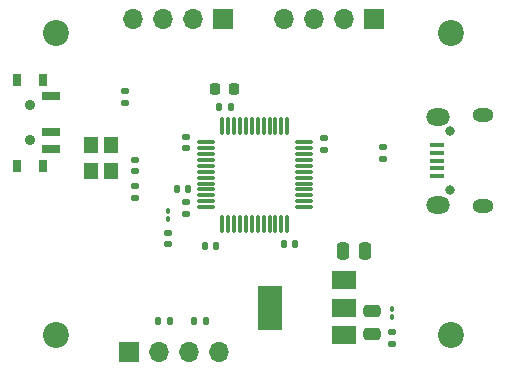
<source format=gbr>
%TF.GenerationSoftware,KiCad,Pcbnew,(6.0.10)*%
%TF.CreationDate,2023-05-01T12:45:21+05:45*%
%TF.ProjectId,arduino,61726475-696e-46f2-9e6b-696361645f70,rev?*%
%TF.SameCoordinates,Original*%
%TF.FileFunction,Soldermask,Top*%
%TF.FilePolarity,Negative*%
%FSLAX46Y46*%
G04 Gerber Fmt 4.6, Leading zero omitted, Abs format (unit mm)*
G04 Created by KiCad (PCBNEW (6.0.10)) date 2023-05-01 12:45:21*
%MOMM*%
%LPD*%
G01*
G04 APERTURE LIST*
G04 Aperture macros list*
%AMRoundRect*
0 Rectangle with rounded corners*
0 $1 Rounding radius*
0 $2 $3 $4 $5 $6 $7 $8 $9 X,Y pos of 4 corners*
0 Add a 4 corners polygon primitive as box body*
4,1,4,$2,$3,$4,$5,$6,$7,$8,$9,$2,$3,0*
0 Add four circle primitives for the rounded corners*
1,1,$1+$1,$2,$3*
1,1,$1+$1,$4,$5*
1,1,$1+$1,$6,$7*
1,1,$1+$1,$8,$9*
0 Add four rect primitives between the rounded corners*
20,1,$1+$1,$2,$3,$4,$5,0*
20,1,$1+$1,$4,$5,$6,$7,0*
20,1,$1+$1,$6,$7,$8,$9,0*
20,1,$1+$1,$8,$9,$2,$3,0*%
G04 Aperture macros list end*
%ADD10RoundRect,0.100000X0.100000X-0.130000X0.100000X0.130000X-0.100000X0.130000X-0.100000X-0.130000X0*%
%ADD11O,0.800000X0.800000*%
%ADD12R,1.300000X0.450000*%
%ADD13O,1.800000X1.150000*%
%ADD14O,2.000000X1.450000*%
%ADD15RoundRect,0.135000X0.135000X0.185000X-0.135000X0.185000X-0.135000X-0.185000X0.135000X-0.185000X0*%
%ADD16R,1.200000X1.400000*%
%ADD17RoundRect,0.140000X-0.170000X0.140000X-0.170000X-0.140000X0.170000X-0.140000X0.170000X0.140000X0*%
%ADD18R,1.700000X1.700000*%
%ADD19O,1.700000X1.700000*%
%ADD20RoundRect,0.140000X-0.140000X-0.170000X0.140000X-0.170000X0.140000X0.170000X-0.140000X0.170000X0*%
%ADD21RoundRect,0.135000X-0.185000X0.135000X-0.185000X-0.135000X0.185000X-0.135000X0.185000X0.135000X0*%
%ADD22RoundRect,0.135000X-0.135000X-0.185000X0.135000X-0.185000X0.135000X0.185000X-0.135000X0.185000X0*%
%ADD23C,2.200000*%
%ADD24RoundRect,0.225000X-0.225000X-0.250000X0.225000X-0.250000X0.225000X0.250000X-0.225000X0.250000X0*%
%ADD25RoundRect,0.135000X0.185000X-0.135000X0.185000X0.135000X-0.185000X0.135000X-0.185000X-0.135000X0*%
%ADD26RoundRect,0.140000X0.140000X0.170000X-0.140000X0.170000X-0.140000X-0.170000X0.140000X-0.170000X0*%
%ADD27RoundRect,0.250000X-0.475000X0.250000X-0.475000X-0.250000X0.475000X-0.250000X0.475000X0.250000X0*%
%ADD28R,0.800000X1.000000*%
%ADD29C,0.900000*%
%ADD30R,1.500000X0.700000*%
%ADD31RoundRect,0.250000X-0.250000X-0.475000X0.250000X-0.475000X0.250000X0.475000X-0.250000X0.475000X0*%
%ADD32R,2.000000X1.500000*%
%ADD33R,2.000000X3.800000*%
%ADD34RoundRect,0.100000X-0.100000X0.130000X-0.100000X-0.130000X0.100000X-0.130000X0.100000X0.130000X0*%
%ADD35RoundRect,0.075000X-0.662500X-0.075000X0.662500X-0.075000X0.662500X0.075000X-0.662500X0.075000X0*%
%ADD36RoundRect,0.075000X-0.075000X-0.662500X0.075000X-0.662500X0.075000X0.662500X-0.075000X0.662500X0*%
G04 APERTURE END LIST*
D10*
%TO.C,D1*%
X114175000Y-94670000D03*
X114175000Y-94000000D03*
%TD*%
D11*
%TO.C,J4*%
X119100000Y-83900000D03*
X119100000Y-78900000D03*
D12*
X118000000Y-82700000D03*
X118000000Y-82050000D03*
X118000000Y-81400000D03*
X118000000Y-80750000D03*
X118000000Y-80100000D03*
D13*
X121850000Y-85275000D03*
D14*
X118050000Y-77675000D03*
D13*
X121850000Y-77525000D03*
D14*
X118050000Y-85125000D03*
%TD*%
D15*
%TO.C,R2*%
X95400000Y-94975000D03*
X94380000Y-94975000D03*
%TD*%
D16*
%TO.C,Y1*%
X88700000Y-80100000D03*
X88700000Y-82300000D03*
X90400000Y-82300000D03*
X90400000Y-80100000D03*
%TD*%
D17*
%TO.C,C12*%
X96750000Y-84930000D03*
X96750000Y-85890000D03*
%TD*%
D18*
%TO.C,J3*%
X112630000Y-69400000D03*
D19*
X110090000Y-69400000D03*
X107550000Y-69400000D03*
X105010000Y-69400000D03*
%TD*%
D17*
%TO.C,C13*%
X95200000Y-87540000D03*
X95200000Y-88500000D03*
%TD*%
%TO.C,C6*%
X96750000Y-79400000D03*
X96750000Y-80360000D03*
%TD*%
D20*
%TO.C,C5*%
X98300000Y-88600000D03*
X99260000Y-88600000D03*
%TD*%
D21*
%TO.C,R5*%
X113425000Y-80215000D03*
X113425000Y-81235000D03*
%TD*%
D22*
%TO.C,R3*%
X97405000Y-94990000D03*
X98425000Y-94990000D03*
%TD*%
D23*
%TO.C,H1*%
X85750000Y-70600000D03*
%TD*%
%TO.C,H3*%
X85750000Y-96200000D03*
%TD*%
D24*
%TO.C,C4*%
X99200000Y-75350000D03*
X100750000Y-75350000D03*
%TD*%
D25*
%TO.C,R4*%
X91525000Y-76570000D03*
X91525000Y-75550000D03*
%TD*%
D26*
%TO.C,C10*%
X105955000Y-88450000D03*
X104995000Y-88450000D03*
%TD*%
D17*
%TO.C,C7*%
X92400000Y-83590000D03*
X92400000Y-84550000D03*
%TD*%
D27*
%TO.C,C2*%
X112450000Y-94150000D03*
X112450000Y-96050000D03*
%TD*%
D21*
%TO.C,R1*%
X114200000Y-95890000D03*
X114200000Y-96910000D03*
%TD*%
D20*
%TO.C,C8*%
X99540000Y-76860000D03*
X100500000Y-76860000D03*
%TD*%
D26*
%TO.C,C11*%
X96880000Y-83800000D03*
X95920000Y-83800000D03*
%TD*%
D28*
%TO.C,SW1*%
X84605000Y-74550000D03*
D29*
X83495000Y-76700000D03*
D28*
X82395000Y-74550000D03*
D29*
X83495000Y-79700000D03*
D28*
X82395000Y-81850000D03*
X84605000Y-81850000D03*
D30*
X85255000Y-75950000D03*
X85255000Y-78950000D03*
X85255000Y-80450000D03*
%TD*%
D17*
%TO.C,C9*%
X108400000Y-79520000D03*
X108400000Y-80480000D03*
%TD*%
D19*
%TO.C,J1*%
X92210000Y-69400000D03*
X94750000Y-69400000D03*
X97290000Y-69400000D03*
D18*
X99830000Y-69400000D03*
%TD*%
D23*
%TO.C,H2*%
X119150000Y-70600000D03*
%TD*%
D18*
%TO.C,J2*%
X91870000Y-97620000D03*
D19*
X94410000Y-97620000D03*
X96950000Y-97620000D03*
X99490000Y-97620000D03*
%TD*%
D31*
%TO.C,C1*%
X110000000Y-89100000D03*
X111900000Y-89100000D03*
%TD*%
D32*
%TO.C,U1*%
X110100000Y-91550000D03*
X110100000Y-93850000D03*
D33*
X103800000Y-93850000D03*
D32*
X110100000Y-96150000D03*
%TD*%
D23*
%TO.C,H4*%
X119150000Y-96200000D03*
%TD*%
D17*
%TO.C,C3*%
X92400000Y-81320000D03*
X92400000Y-82280000D03*
%TD*%
D34*
%TO.C,FB1*%
X95200000Y-85650000D03*
X95200000Y-86320000D03*
%TD*%
D35*
%TO.C,U2*%
X98387500Y-79850000D03*
X98387500Y-80350000D03*
X98387500Y-80850000D03*
X98387500Y-81350000D03*
X98387500Y-81850000D03*
X98387500Y-82350000D03*
X98387500Y-82850000D03*
X98387500Y-83350000D03*
X98387500Y-83850000D03*
X98387500Y-84350000D03*
X98387500Y-84850000D03*
X98387500Y-85350000D03*
D36*
X99800000Y-86762500D03*
X100300000Y-86762500D03*
X100800000Y-86762500D03*
X101300000Y-86762500D03*
X101800000Y-86762500D03*
X102300000Y-86762500D03*
X102800000Y-86762500D03*
X103300000Y-86762500D03*
X103800000Y-86762500D03*
X104300000Y-86762500D03*
X104800000Y-86762500D03*
X105300000Y-86762500D03*
D35*
X106712500Y-85350000D03*
X106712500Y-84850000D03*
X106712500Y-84350000D03*
X106712500Y-83850000D03*
X106712500Y-83350000D03*
X106712500Y-82850000D03*
X106712500Y-82350000D03*
X106712500Y-81850000D03*
X106712500Y-81350000D03*
X106712500Y-80850000D03*
X106712500Y-80350000D03*
X106712500Y-79850000D03*
D36*
X105300000Y-78437500D03*
X104800000Y-78437500D03*
X104300000Y-78437500D03*
X103800000Y-78437500D03*
X103300000Y-78437500D03*
X102800000Y-78437500D03*
X102300000Y-78437500D03*
X101800000Y-78437500D03*
X101300000Y-78437500D03*
X100800000Y-78437500D03*
X100300000Y-78437500D03*
X99800000Y-78437500D03*
%TD*%
M02*

</source>
